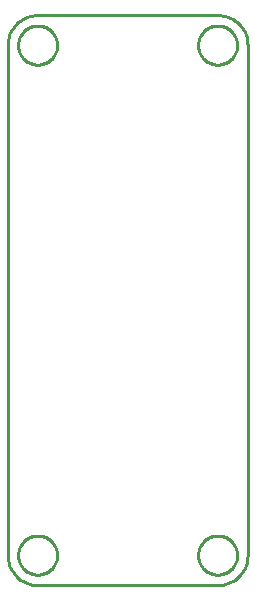
<source format=gbr>
G04 EAGLE Gerber RS-274X export*
G75*
%MOMM*%
%FSLAX34Y34*%
%LPD*%
%IN*%
%IPPOS*%
%AMOC8*
5,1,8,0,0,1.08239X$1,22.5*%
G01*
%ADD10C,0.254000*%


D10*
X-241300Y-279400D02*
X-241203Y-281614D01*
X-240914Y-283811D01*
X-240435Y-285974D01*
X-239768Y-288087D01*
X-238920Y-290135D01*
X-237897Y-292100D01*
X-236706Y-293969D01*
X-235358Y-295727D01*
X-233861Y-297361D01*
X-232227Y-298858D01*
X-230469Y-300206D01*
X-228600Y-301397D01*
X-226635Y-302420D01*
X-224587Y-303268D01*
X-222474Y-303935D01*
X-220311Y-304414D01*
X-218114Y-304703D01*
X-215900Y-304800D01*
X-63500Y-304800D01*
X-61286Y-304703D01*
X-59089Y-304414D01*
X-56926Y-303935D01*
X-54813Y-303268D01*
X-52766Y-302420D01*
X-50800Y-301397D01*
X-48931Y-300206D01*
X-47173Y-298858D01*
X-45540Y-297361D01*
X-44042Y-295727D01*
X-42694Y-293969D01*
X-41503Y-292100D01*
X-40480Y-290135D01*
X-39632Y-288087D01*
X-38965Y-285974D01*
X-38486Y-283811D01*
X-38197Y-281614D01*
X-38100Y-279400D01*
X-38100Y152400D01*
X-38197Y154614D01*
X-38486Y156811D01*
X-38965Y158974D01*
X-39632Y161087D01*
X-40480Y163135D01*
X-41503Y165100D01*
X-42694Y166969D01*
X-44042Y168727D01*
X-45540Y170361D01*
X-47173Y171858D01*
X-48931Y173206D01*
X-50800Y174397D01*
X-52766Y175420D01*
X-54813Y176268D01*
X-56926Y176935D01*
X-59089Y177414D01*
X-61286Y177703D01*
X-63500Y177800D01*
X-215900Y177800D01*
X-218114Y177703D01*
X-220311Y177414D01*
X-222474Y176935D01*
X-224587Y176268D01*
X-226635Y175420D01*
X-228600Y174397D01*
X-230469Y173206D01*
X-232227Y171858D01*
X-233861Y170361D01*
X-235358Y168727D01*
X-236706Y166969D01*
X-237897Y165100D01*
X-238920Y163135D01*
X-239768Y161087D01*
X-240435Y158974D01*
X-240914Y156811D01*
X-241203Y154614D01*
X-241300Y152400D01*
X-241300Y-279400D01*
X-199390Y-279940D02*
X-199461Y-281019D01*
X-199602Y-282091D01*
X-199813Y-283151D01*
X-200092Y-284195D01*
X-200440Y-285219D01*
X-200854Y-286217D01*
X-201332Y-287187D01*
X-201872Y-288123D01*
X-202473Y-289022D01*
X-203131Y-289879D01*
X-203844Y-290692D01*
X-204608Y-291457D01*
X-205421Y-292169D01*
X-206278Y-292827D01*
X-207177Y-293428D01*
X-208113Y-293968D01*
X-209083Y-294446D01*
X-210081Y-294860D01*
X-211105Y-295208D01*
X-212149Y-295487D01*
X-213209Y-295698D01*
X-214281Y-295839D01*
X-215360Y-295910D01*
X-216440Y-295910D01*
X-217519Y-295839D01*
X-218591Y-295698D01*
X-219651Y-295487D01*
X-220695Y-295208D01*
X-221719Y-294860D01*
X-222717Y-294446D01*
X-223687Y-293968D01*
X-224623Y-293428D01*
X-225522Y-292827D01*
X-226379Y-292169D01*
X-227192Y-291457D01*
X-227957Y-290692D01*
X-228669Y-289879D01*
X-229327Y-289022D01*
X-229928Y-288123D01*
X-230468Y-287187D01*
X-230946Y-286217D01*
X-231360Y-285219D01*
X-231708Y-284195D01*
X-231987Y-283151D01*
X-232198Y-282091D01*
X-232339Y-281019D01*
X-232410Y-279940D01*
X-232410Y-278860D01*
X-232339Y-277781D01*
X-232198Y-276709D01*
X-231987Y-275649D01*
X-231708Y-274605D01*
X-231360Y-273581D01*
X-230946Y-272583D01*
X-230468Y-271613D01*
X-229928Y-270677D01*
X-229327Y-269778D01*
X-228669Y-268921D01*
X-227957Y-268108D01*
X-227192Y-267344D01*
X-226379Y-266631D01*
X-225522Y-265973D01*
X-224623Y-265372D01*
X-223687Y-264832D01*
X-222717Y-264354D01*
X-221719Y-263940D01*
X-220695Y-263592D01*
X-219651Y-263313D01*
X-218591Y-263102D01*
X-217519Y-262961D01*
X-216440Y-262890D01*
X-215360Y-262890D01*
X-214281Y-262961D01*
X-213209Y-263102D01*
X-212149Y-263313D01*
X-211105Y-263592D01*
X-210081Y-263940D01*
X-209083Y-264354D01*
X-208113Y-264832D01*
X-207177Y-265372D01*
X-206278Y-265973D01*
X-205421Y-266631D01*
X-204608Y-267344D01*
X-203844Y-268108D01*
X-203131Y-268921D01*
X-202473Y-269778D01*
X-201872Y-270677D01*
X-201332Y-271613D01*
X-200854Y-272583D01*
X-200440Y-273581D01*
X-200092Y-274605D01*
X-199813Y-275649D01*
X-199602Y-276709D01*
X-199461Y-277781D01*
X-199390Y-278860D01*
X-199390Y-279940D01*
X-46990Y-279940D02*
X-47061Y-281019D01*
X-47202Y-282091D01*
X-47413Y-283151D01*
X-47692Y-284195D01*
X-48040Y-285219D01*
X-48454Y-286217D01*
X-48932Y-287187D01*
X-49472Y-288123D01*
X-50073Y-289022D01*
X-50731Y-289879D01*
X-51444Y-290692D01*
X-52208Y-291457D01*
X-53021Y-292169D01*
X-53878Y-292827D01*
X-54777Y-293428D01*
X-55713Y-293968D01*
X-56683Y-294446D01*
X-57681Y-294860D01*
X-58705Y-295208D01*
X-59749Y-295487D01*
X-60809Y-295698D01*
X-61881Y-295839D01*
X-62960Y-295910D01*
X-64040Y-295910D01*
X-65119Y-295839D01*
X-66191Y-295698D01*
X-67251Y-295487D01*
X-68295Y-295208D01*
X-69319Y-294860D01*
X-70317Y-294446D01*
X-71287Y-293968D01*
X-72223Y-293428D01*
X-73122Y-292827D01*
X-73979Y-292169D01*
X-74792Y-291457D01*
X-75557Y-290692D01*
X-76269Y-289879D01*
X-76927Y-289022D01*
X-77528Y-288123D01*
X-78068Y-287187D01*
X-78546Y-286217D01*
X-78960Y-285219D01*
X-79308Y-284195D01*
X-79587Y-283151D01*
X-79798Y-282091D01*
X-79939Y-281019D01*
X-80010Y-279940D01*
X-80010Y-278860D01*
X-79939Y-277781D01*
X-79798Y-276709D01*
X-79587Y-275649D01*
X-79308Y-274605D01*
X-78960Y-273581D01*
X-78546Y-272583D01*
X-78068Y-271613D01*
X-77528Y-270677D01*
X-76927Y-269778D01*
X-76269Y-268921D01*
X-75557Y-268108D01*
X-74792Y-267344D01*
X-73979Y-266631D01*
X-73122Y-265973D01*
X-72223Y-265372D01*
X-71287Y-264832D01*
X-70317Y-264354D01*
X-69319Y-263940D01*
X-68295Y-263592D01*
X-67251Y-263313D01*
X-66191Y-263102D01*
X-65119Y-262961D01*
X-64040Y-262890D01*
X-62960Y-262890D01*
X-61881Y-262961D01*
X-60809Y-263102D01*
X-59749Y-263313D01*
X-58705Y-263592D01*
X-57681Y-263940D01*
X-56683Y-264354D01*
X-55713Y-264832D01*
X-54777Y-265372D01*
X-53878Y-265973D01*
X-53021Y-266631D01*
X-52208Y-267344D01*
X-51444Y-268108D01*
X-50731Y-268921D01*
X-50073Y-269778D01*
X-49472Y-270677D01*
X-48932Y-271613D01*
X-48454Y-272583D01*
X-48040Y-273581D01*
X-47692Y-274605D01*
X-47413Y-275649D01*
X-47202Y-276709D01*
X-47061Y-277781D01*
X-46990Y-278860D01*
X-46990Y-279940D01*
X-46990Y151860D02*
X-47061Y150781D01*
X-47202Y149709D01*
X-47413Y148649D01*
X-47692Y147605D01*
X-48040Y146581D01*
X-48454Y145583D01*
X-48932Y144613D01*
X-49472Y143677D01*
X-50073Y142778D01*
X-50731Y141921D01*
X-51444Y141108D01*
X-52208Y140344D01*
X-53021Y139631D01*
X-53878Y138973D01*
X-54777Y138372D01*
X-55713Y137832D01*
X-56683Y137354D01*
X-57681Y136940D01*
X-58705Y136592D01*
X-59749Y136313D01*
X-60809Y136102D01*
X-61881Y135961D01*
X-62960Y135890D01*
X-64040Y135890D01*
X-65119Y135961D01*
X-66191Y136102D01*
X-67251Y136313D01*
X-68295Y136592D01*
X-69319Y136940D01*
X-70317Y137354D01*
X-71287Y137832D01*
X-72223Y138372D01*
X-73122Y138973D01*
X-73979Y139631D01*
X-74792Y140344D01*
X-75557Y141108D01*
X-76269Y141921D01*
X-76927Y142778D01*
X-77528Y143677D01*
X-78068Y144613D01*
X-78546Y145583D01*
X-78960Y146581D01*
X-79308Y147605D01*
X-79587Y148649D01*
X-79798Y149709D01*
X-79939Y150781D01*
X-80010Y151860D01*
X-80010Y152940D01*
X-79939Y154019D01*
X-79798Y155091D01*
X-79587Y156151D01*
X-79308Y157195D01*
X-78960Y158219D01*
X-78546Y159217D01*
X-78068Y160187D01*
X-77528Y161123D01*
X-76927Y162022D01*
X-76269Y162879D01*
X-75557Y163692D01*
X-74792Y164457D01*
X-73979Y165169D01*
X-73122Y165827D01*
X-72223Y166428D01*
X-71287Y166968D01*
X-70317Y167446D01*
X-69319Y167860D01*
X-68295Y168208D01*
X-67251Y168487D01*
X-66191Y168698D01*
X-65119Y168839D01*
X-64040Y168910D01*
X-62960Y168910D01*
X-61881Y168839D01*
X-60809Y168698D01*
X-59749Y168487D01*
X-58705Y168208D01*
X-57681Y167860D01*
X-56683Y167446D01*
X-55713Y166968D01*
X-54777Y166428D01*
X-53878Y165827D01*
X-53021Y165169D01*
X-52208Y164457D01*
X-51444Y163692D01*
X-50731Y162879D01*
X-50073Y162022D01*
X-49472Y161123D01*
X-48932Y160187D01*
X-48454Y159217D01*
X-48040Y158219D01*
X-47692Y157195D01*
X-47413Y156151D01*
X-47202Y155091D01*
X-47061Y154019D01*
X-46990Y152940D01*
X-46990Y151860D01*
X-199390Y151860D02*
X-199461Y150781D01*
X-199602Y149709D01*
X-199813Y148649D01*
X-200092Y147605D01*
X-200440Y146581D01*
X-200854Y145583D01*
X-201332Y144613D01*
X-201872Y143677D01*
X-202473Y142778D01*
X-203131Y141921D01*
X-203844Y141108D01*
X-204608Y140344D01*
X-205421Y139631D01*
X-206278Y138973D01*
X-207177Y138372D01*
X-208113Y137832D01*
X-209083Y137354D01*
X-210081Y136940D01*
X-211105Y136592D01*
X-212149Y136313D01*
X-213209Y136102D01*
X-214281Y135961D01*
X-215360Y135890D01*
X-216440Y135890D01*
X-217519Y135961D01*
X-218591Y136102D01*
X-219651Y136313D01*
X-220695Y136592D01*
X-221719Y136940D01*
X-222717Y137354D01*
X-223687Y137832D01*
X-224623Y138372D01*
X-225522Y138973D01*
X-226379Y139631D01*
X-227192Y140344D01*
X-227957Y141108D01*
X-228669Y141921D01*
X-229327Y142778D01*
X-229928Y143677D01*
X-230468Y144613D01*
X-230946Y145583D01*
X-231360Y146581D01*
X-231708Y147605D01*
X-231987Y148649D01*
X-232198Y149709D01*
X-232339Y150781D01*
X-232410Y151860D01*
X-232410Y152940D01*
X-232339Y154019D01*
X-232198Y155091D01*
X-231987Y156151D01*
X-231708Y157195D01*
X-231360Y158219D01*
X-230946Y159217D01*
X-230468Y160187D01*
X-229928Y161123D01*
X-229327Y162022D01*
X-228669Y162879D01*
X-227957Y163692D01*
X-227192Y164457D01*
X-226379Y165169D01*
X-225522Y165827D01*
X-224623Y166428D01*
X-223687Y166968D01*
X-222717Y167446D01*
X-221719Y167860D01*
X-220695Y168208D01*
X-219651Y168487D01*
X-218591Y168698D01*
X-217519Y168839D01*
X-216440Y168910D01*
X-215360Y168910D01*
X-214281Y168839D01*
X-213209Y168698D01*
X-212149Y168487D01*
X-211105Y168208D01*
X-210081Y167860D01*
X-209083Y167446D01*
X-208113Y166968D01*
X-207177Y166428D01*
X-206278Y165827D01*
X-205421Y165169D01*
X-204608Y164457D01*
X-203844Y163692D01*
X-203131Y162879D01*
X-202473Y162022D01*
X-201872Y161123D01*
X-201332Y160187D01*
X-200854Y159217D01*
X-200440Y158219D01*
X-200092Y157195D01*
X-199813Y156151D01*
X-199602Y155091D01*
X-199461Y154019D01*
X-199390Y152940D01*
X-199390Y151860D01*
M02*

</source>
